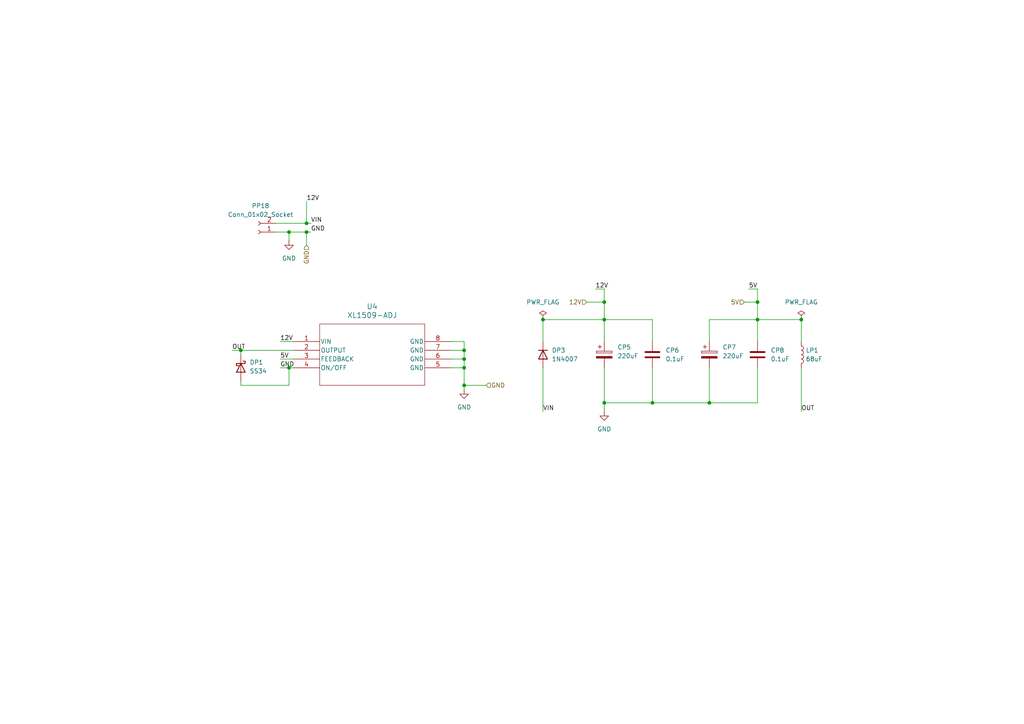
<source format=kicad_sch>
(kicad_sch (version 20250114) (generator "eeschema") (generator_version "9.0")
  (paper "A4")
  (lib_symbols
    (symbol "Connector:Conn_01x02_Socket" (pin_names (offset 1.016) (hide yes))
      (property "Reference" "J" (at 0 2.54 0))
      (property "Value" "Conn_01x02_Socket" (at 0 -5.08 0))
      (symbol "Conn_01x02_Socket_1_1"
        (polyline (pts (xy -1.27 0) (xy -0.508 0)) (stroke (width 0.1524)))
        (polyline (pts (xy -1.27 -2.54) (xy -0.508 -2.54)) (stroke (width 0.1524)))
        (arc (start 0 -0.508) (mid -0.5058 0) (end 0 0.508) (stroke (width 0.1524)))
        (arc (start 0 -3.048) (mid -0.5058 -2.54) (end 0 -2.032) (stroke (width 0.1524)))
        (pin passive line (at -5.08 0 0) (length 3.81) (name "Pin_1") (number "1"))
        (pin passive line (at -5.08 -2.54 0) (length 3.81) (name "Pin_2") (number "2"))
      )
    )
    (symbol "Device:C" (pin_numbers (hide yes)) (pin_names (offset 0.254))
      (property "Reference" "C" (at 0.635 2.54 0))
      (property "Value" "C" (at 0.635 -2.54 0))
      (symbol "C_0_1"
        (polyline (pts (xy -2.032 0.762) (xy 2.032 0.762)) (stroke (width 0.508)))
        (polyline (pts (xy -2.032 -0.762) (xy 2.032 -0.762)) (stroke (width 0.508)))
      )
      (symbol "C_1_1"
        (pin passive line (at 0 3.81 270) (length 2.794) (name "~") (number "1"))
        (pin passive line (at 0 -3.81 90) (length 2.794) (name "~") (number "2"))
      )
    )
    (symbol "Device:C_Polarized" (pin_numbers (hide yes)) (pin_names (offset 0.254))
      (property "Reference" "C" (at 0.635 2.54 0))
      (property "Value" "C_Polarized" (at 0.635 -2.54 0))
      (symbol "C_Polarized_0_1"
        (rectangle (start -2.286 0.508) (end 2.286 1.016))
        (polyline (pts (xy -1.778 2.286) (xy -0.762 2.286)))
        (polyline (pts (xy -1.27 2.794) (xy -1.27 1.778)))
        (rectangle (start 2.286 -0.508) (end -2.286 -1.016) (fill (type outline)))
      )
      (symbol "C_Polarized_1_1"
        (pin passive line (at 0 3.81 270) (length 2.794) (name "~") (number "1"))
        (pin passive line (at 0 -3.81 90) (length 2.794) (name "~") (number "2"))
      )
    )
    (symbol "Device:L" (pin_numbers (hide yes)) (pin_names (offset 1.016) (hide yes))
      (property "Reference" "L" (at -1.27 0 90))
      (property "Value" "L" (at 1.905 0 90))
      (symbol "L_0_1"
        (arc (start 0 2.54) (mid 0.6323 1.905) (end 0 1.27))
        (arc (start 0 1.27) (mid 0.6323 0.635) (end 0 0))
        (arc (start 0 0) (mid 0.6323 -0.635) (end 0 -1.27))
        (arc (start 0 -1.27) (mid 0.6323 -1.905) (end 0 -2.54))
      )
      (symbol "L_1_1"
        (pin passive line (at 0 3.81 270) (length 1.27) (name "1") (number "1"))
        (pin passive line (at 0 -3.81 90) (length 1.27) (name "2") (number "2"))
      )
    )
    (symbol "Diode:1N4007" (pin_numbers (hide yes)) (pin_names (hide yes))
      (property "Reference" "D" (at 0 2.54 0))
      (property "Value" "1N4007" (at 0 -2.54 0))
      (symbol "1N4007_0_1"
        (polyline (pts (xy -1.27 1.27) (xy -1.27 -1.27)) (stroke (width 0.254)))
        (polyline (pts (xy 1.27 1.27) (xy 1.27 -1.27) (xy -1.27 0) (xy 1.27 1.27)) (stroke (width 0.254)))
        (polyline (pts (xy 1.27 0) (xy -1.27 0)))
      )
      (symbol "1N4007_1_1"
        (pin passive line (at -3.81 0 0) (length 2.54) (name "K") (number "1"))
        (pin passive line (at 3.81 0 180) (length 2.54) (name "A") (number "2"))
      )
    )
    (symbol "Diode:SS34" (pin_numbers (hide yes)) (pin_names (offset 1.016) (hide yes))
      (property "Reference" "D" (at 0 2.54 0))
      (property "Value" "SS34" (at 0 -2.54 0))
      (symbol "SS34_0_1"
        (polyline (pts (xy -1.905 0.635) (xy -1.905 1.27) (xy -1.27 1.27) (xy -1.27 -1.27) (xy -0.635 -1.27) (xy -0.635 -0.635)) (stroke (width 0.254)))
        (polyline (pts (xy 1.27 1.27) (xy 1.27 -1.27) (xy -1.27 0) (xy 1.27 1.27)) (stroke (width 0.254)))
        (polyline (pts (xy 1.27 0) (xy -1.27 0)))
      )
      (symbol "SS34_1_1"
        (pin passive line (at -3.81 0 0) (length 2.54) (name "K") (number "1"))
        (pin passive line (at 3.81 0 180) (length 2.54) (name "A") (number "2"))
      )
    )
    (symbol "Xl_1509_5.0:XL1509-ADJ" (pin_names (offset 0.254))
      (property "Reference" "UP7" (at 22.86 10.16 0))
      (property "Value" "XL1509-ADJ" (at 22.86 7.62 0))
      (symbol "XL1509-ADJ_0_1"
        (polyline (pts (xy 7.62 5.08) (xy 7.62 -12.7)) (stroke (width 0.127)))
        (polyline (pts (xy 7.62 -12.7) (xy 38.1 -12.7)) (stroke (width 0.127)))
        (polyline (pts (xy 38.1 5.08) (xy 7.62 5.08)) (stroke (width 0.127)))
        (polyline (pts (xy 38.1 -12.7) (xy 38.1 5.08)) (stroke (width 0.127)))
        (pin output line (at 0 -2.54 0) (length 7.62) (name "OUTPUT") (number "2"))
        (pin unspecified line (at 0 -5.08 0) (length 7.62) (name "FEEDBACK") (number "3"))
        (pin unspecified line (at 0 -7.62 0) (length 7.62) (name "ON/OFF") (number "4"))
      )
      (symbol "XL1509-ADJ_1_1"
        (pin power_in line (at 0 0 0) (length 7.62) (name "VIN") (number "1"))
        (pin input line (at 45.72 0 180) (length 7.62) (name "GND") (number "8"))
        (pin input line (at 45.72 -2.54 180) (length 7.62) (name "GND") (number "7"))
        (pin input line (at 45.72 -5.08 180) (length 7.62) (name "GND") (number "6"))
        (pin input line (at 45.72 -7.62 180) (length 7.62) (name "GND") (number "5"))
      )
    )
    (symbol "power:GND" (power) (pin_numbers (hide yes)) (pin_names (offset 0) (hide yes))
      (property "Value" "GND" (at 0 -3.81 0))
      (symbol "GND_0_1"
        (polyline (pts (xy 0 0) (xy 0 -1.27) (xy 1.27 -1.27) (xy 0 -2.54) (xy -1.27 -1.27) (xy 0 -1.27)))
      )
      (symbol "GND_1_1"
        (pin power_in line (at 0 0 270) (length 0) (name "~") (number "1"))
      )
    )
    (symbol "power:PWR_FLAG" (power) (pin_numbers (hide yes)) (pin_names (offset 0) (hide yes))
      (property "Value" "PWR_FLAG" (at 0 3.81 0))
      (symbol "PWR_FLAG_0_0"
        (pin power_out line (at 0 0 90) (length 0) (name "~") (number "1"))
      )
      (symbol "PWR_FLAG_0_1"
        (polyline (pts (xy 0 0) (xy 0 1.27) (xy -1.016 1.905) (xy 0 2.54) (xy 1.016 1.905) (xy 0 1.27)))
      )
    )
  )
  (junction (at 232.41 92.71))
  (junction (at 157.48 92.71))
  (junction (at 134.62 104.14))
  (junction (at 69.85 101.6))
  (junction (at 88.9 64.77))
  (junction (at 88.9 67.31))
  (junction (at 134.62 111.76))
  (junction (at 219.71 87.63))
  (junction (at 134.62 106.68))
  (junction (at 189.23 116.84))
  (junction (at 205.74 116.84))
  (junction (at 175.26 116.84))
  (junction (at 83.82 106.68))
  (junction (at 83.82 67.31))
  (junction (at 134.62 101.6))
  (junction (at 175.26 87.63))
  (junction (at 219.71 92.71))
  (junction (at 175.26 92.71))
  (wire (pts (xy 83.82 67.31) (xy 88.9 67.31)))
  (wire (pts (xy 157.48 92.71) (xy 175.26 92.71)))
  (wire (pts (xy 219.71 106.68) (xy 219.71 116.84)))
  (wire (pts (xy 83.82 106.68) (xy 83.82 111.76)))
  (wire (pts (xy 175.26 92.71) (xy 175.26 99.06)))
  (wire (pts (xy 157.48 99.06) (xy 157.48 92.71)))
  (wire (pts (xy 67.31 101.6) (xy 69.85 101.6)))
  (wire (pts (xy 81.28 99.06) (xy 85.09 99.06)))
  (wire (pts (xy 130.81 101.6) (xy 134.62 101.6)))
  (wire (pts (xy 175.26 83.82) (xy 175.26 87.63)))
  (wire (pts (xy 69.85 111.76) (xy 69.85 110.49)))
  (wire (pts (xy 175.26 106.68) (xy 175.26 116.84)))
  (wire (pts (xy 130.81 106.68) (xy 134.62 106.68)))
  (wire (pts (xy 80.01 64.77) (xy 88.9 64.77)))
  (wire (pts (xy 205.74 106.68) (xy 205.74 116.84)))
  (wire (pts (xy 205.74 92.71) (xy 219.71 92.71)))
  (wire (pts (xy 134.62 104.14) (xy 134.62 106.68)))
  (wire (pts (xy 205.74 99.06) (xy 205.74 92.71)))
  (wire (pts (xy 232.41 92.71) (xy 232.41 99.06)))
  (wire (pts (xy 189.23 116.84) (xy 175.26 116.84)))
  (wire (pts (xy 130.81 104.14) (xy 134.62 104.14)))
  (wire (pts (xy 189.23 106.68) (xy 189.23 116.84)))
  (wire (pts (xy 134.62 106.68) (xy 134.62 111.76)))
  (wire (pts (xy 130.81 99.06) (xy 134.62 99.06)))
  (wire (pts (xy 81.28 106.68) (xy 83.82 106.68)))
  (wire (pts (xy 88.9 64.77) (xy 90.17 64.77)))
  (wire (pts (xy 217.17 83.82) (xy 219.71 83.82)))
  (wire (pts (xy 232.41 106.68) (xy 232.41 119.38)))
  (wire (pts (xy 172.72 83.82) (xy 175.26 83.82)))
  (wire (pts (xy 215.9 87.63) (xy 219.71 87.63)))
  (wire (pts (xy 219.71 83.82) (xy 219.71 87.63)))
  (wire (pts (xy 134.62 111.76) (xy 134.62 113.03)))
  (wire (pts (xy 175.26 87.63) (xy 175.26 92.71)))
  (wire (pts (xy 88.9 58.42) (xy 88.9 64.77)))
  (wire (pts (xy 219.71 92.71) (xy 219.71 99.06)))
  (wire (pts (xy 189.23 92.71) (xy 189.23 99.06)))
  (wire (pts (xy 81.28 104.14) (xy 85.09 104.14)))
  (wire (pts (xy 69.85 101.6) (xy 85.09 101.6)))
  (wire (pts (xy 219.71 92.71) (xy 232.41 92.71)))
  (wire (pts (xy 219.71 87.63) (xy 219.71 92.71)))
  (wire (pts (xy 83.82 69.85) (xy 83.82 67.31)))
  (wire (pts (xy 175.26 92.71) (xy 189.23 92.71)))
  (wire (pts (xy 170.18 87.63) (xy 175.26 87.63)))
  (wire (pts (xy 134.62 111.76) (xy 140.97 111.76)))
  (wire (pts (xy 83.82 106.68) (xy 85.09 106.68)))
  (wire (pts (xy 83.82 111.76) (xy 69.85 111.76)))
  (wire (pts (xy 205.74 116.84) (xy 189.23 116.84)))
  (wire (pts (xy 80.01 67.31) (xy 83.82 67.31)))
  (wire (pts (xy 134.62 101.6) (xy 134.62 104.14)))
  (wire (pts (xy 134.62 99.06) (xy 134.62 101.6)))
  (wire (pts (xy 88.9 71.12) (xy 88.9 67.31)))
  (wire (pts (xy 157.48 106.68) (xy 157.48 119.38)))
  (wire (pts (xy 219.71 116.84) (xy 205.74 116.84)))
  (wire (pts (xy 88.9 67.31) (xy 90.17 67.31)))
  (wire (pts (xy 175.26 116.84) (xy 175.26 119.38)))
  (wire (pts (xy 69.85 102.87) (xy 69.85 101.6)))
  (label "5V" (at 217.17 83.82 0))
  (label "VIN" (at 157.48 119.38 0))
  (label "12V" (at 88.9 58.42 0))
  (label "GND" (at 81.28 106.68 0))
  (label "12V" (at 81.28 99.06 0))
  (label "VIN" (at 90.17 64.77 0))
  (label "12V" (at 172.72 83.82 0))
  (label "5V" (at 81.28 104.14 0))
  (label "OUT" (at 67.31 101.6 0))
  (label "OUT" (at 232.41 119.38 0))
  (label "GND" (at 90.17 67.31 0))
  (hierarchical_label "GND" (shape input) (at 88.9 71.12 270))
  (hierarchical_label "GND" (shape input) (at 140.97 111.76 0))
  (hierarchical_label "12V" (shape input) (at 170.18 87.63 180))
  (hierarchical_label "5V" (shape input) (at 215.9 87.63 180))
  (symbol (lib_id "Device:C") (at 219.71 102.87 0) (unit 1)
    (property "Reference" "CP8" (at 223.52 101.5999 0) (effects (justify left)))
    (property "Value" "0.1uF" (at 223.52 104.1399 0) (effects (justify left)))
    (property "Footprint" "Capacitor_SMD:C_1206_3216Metric" (effects (hide yes)))
    (property "Description" "Unpolarized capacitor" (effects (hide yes)))
  )
  (symbol (lib_id "Device:C") (at 189.23 102.87 0) (unit 1)
    (property "Reference" "CP6" (at 193.04 101.5999 0) (effects (justify left)))
    (property "Value" "0.1uF" (at 193.04 104.1399 0) (effects (justify left)))
    (property "Footprint" "Capacitor_SMD:C_1206_3216Metric" (effects (hide yes)))
    (property "Description" "Unpolarized capacitor" (effects (hide yes)))
  )
  (symbol (lib_id "Diode:SS34") (at 69.85 106.68 270) (unit 1)
    (property "Reference" "DP1" (at 72.39 105.0924 90) (effects (justify left)))
    (property "Value" "SS34" (at 72.39 107.6324 90) (effects (justify left)))
    (property "Footprint" "Diode_SMD:D_SMA" (effects (hide yes)))
    (property "Datasheet" "https://www.vishay.com/docs/88751/ss32.pdf" (effects (hide yes)))
    (property "Description" "40V 3A Schottky Diode, SMA" (effects (hide yes)))
  )
  (symbol (lib_id "power:PWR_FLAG") (at 232.41 92.71 0) (unit 1)
    (property "Reference" "#FLG03" (effects (hide yes)))
    (property "Value" "PWR_FLAG" (at 232.41 87.63 0))
    (property "Description" "Special symbol for telling ERC where power comes from" (effects (hide yes)))
  )
  (symbol (lib_id "Device:L") (at 232.41 102.87 0) (unit 1)
    (property "Reference" "LP1" (at 233.68 101.5999 0) (effects (justify left)))
    (property "Value" "68uF" (at 233.68 104.1399 0) (effects (justify left)))
    (property "Footprint" "Inductor_SMD:L_7.3x7.3_H4.5" (effects (hide yes)))
    (property "Description" "Inductor" (effects (hide yes)))
  )
  (symbol (lib_id "Connector:Conn_01x02_Socket") (at 74.93 67.31 180) (unit 1)
    (property "Reference" "PP18" (at 75.565 59.69 0))
    (property "Value" "Conn_01x02_Socket" (at 75.565 62.23 0))
    (property "Footprint" "TerminalBlock_Phoenix:TerminalBlock_Phoenix_MKDS-1,5-2_1x02_P5.00mm_Horizontal" (effects (hide yes)))
    (property "Description" "Generic connector, single row, 01x02, script generated" (effects (hide yes)))
  )
  (symbol (lib_id "power:GND") (at 83.82 69.85 0) (unit 1)
    (property "Reference" "#PWR04" (effects (hide yes)))
    (property "Value" "GND" (at 83.82 74.93 0))
    (property "Description" "Power symbol creates a global label with name \"GND\" , ground" (effects (hide yes)))
  )
  (symbol (lib_id "Device:C_Polarized") (at 205.74 102.87 0) (unit 1)
    (property "Reference" "CP7" (at 209.55 100.7109 0) (effects (justify left)))
    (property "Value" "220uF" (at 209.55 103.2509 0) (effects (justify left)))
    (property "Footprint" "Capacitor_THT:CP_Radial_D8.0mm_P3.50mm" (effects (hide yes)))
    (property "Description" "Polarized capacitor" (effects (hide yes)))
  )
  (symbol (lib_id "power:GND") (at 134.62 113.03 0) (unit 1)
    (property "Reference" "#PWR05" (effects (hide yes)))
    (property "Value" "GND" (at 134.62 118.11 0))
    (property "Description" "Power symbol creates a global label with name \"GND\" , ground" (effects (hide yes)))
  )
  (symbol (lib_id "Xl_1509_5.0:XL1509-ADJ") (at 85.09 99.06 0) (unit 1)
    (property "Reference" "UP7" (at 107.95 88.9 0) (effects (font (size 1.524 1.524))))
    (property "Value" "XL1509-ADJ" (at 107.95 91.44 0) (effects (font (size 1.524 1.524))))
    (property "Footprint" "SOIC-8_YTS" (effects (hide yes)))
    (property "Datasheet" "XL1509-ADJ" (effects (hide yes)))
    (instances (project "" (path "" (reference "U4") (unit 1)) (path "" (reference "UP7") (unit 1)) (path "" (reference "U4") (unit 1))))
  )
  (symbol (lib_id "Device:C_Polarized") (at 175.26 102.87 0) (unit 1)
    (property "Reference" "CP5" (at 179.07 100.7109 0) (effects (justify left)))
    (property "Value" "220uF" (at 179.07 103.2509 0) (effects (justify left)))
    (property "Footprint" "Capacitor_THT:CP_Radial_D8.0mm_P3.50mm" (effects (hide yes)))
    (property "Description" "Polarized capacitor" (effects (hide yes)))
  )
  (symbol (lib_id "Diode:1N4007") (at 157.48 102.87 270) (unit 1)
    (property "Reference" "DP3" (at 160.02 101.5999 90) (effects (justify left)))
    (property "Value" "1N4007" (at 160.02 104.1399 90) (effects (justify left)))
    (property "Footprint" "Diode_SMD:D_SMB_Handsoldering" (effects (hide yes)))
    (property "Datasheet" "http://www.vishay.com/docs/88503/1n4001.pdf" (effects (hide yes)))
    (property "Description" "1000V 1A General Purpose Rectifier Diode, DO-41" (effects (hide yes)))
    (property "Sim.Device" "D" (effects (hide yes)))
    (property "Sim.Pins" "1=K 2=A" (effects (hide yes)))
  )
  (symbol (lib_id "power:PWR_FLAG") (at 157.48 92.71 0) (unit 1)
    (property "Reference" "#FLG02" (effects (hide yes)))
    (property "Value" "PWR_FLAG" (at 157.48 87.63 0))
    (property "Description" "Special symbol for telling ERC where power comes from" (effects (hide yes)))
  )
  (symbol (lib_id "power:GND") (at 175.26 119.38 0) (unit 1)
    (property "Reference" "#PWR06" (effects (hide yes)))
    (property "Value" "GND" (at 175.26 124.46 0))
    (property "Description" "Power symbol creates a global label with name \"GND\" , ground" (effects (hide yes)))
  )
)
</source>
